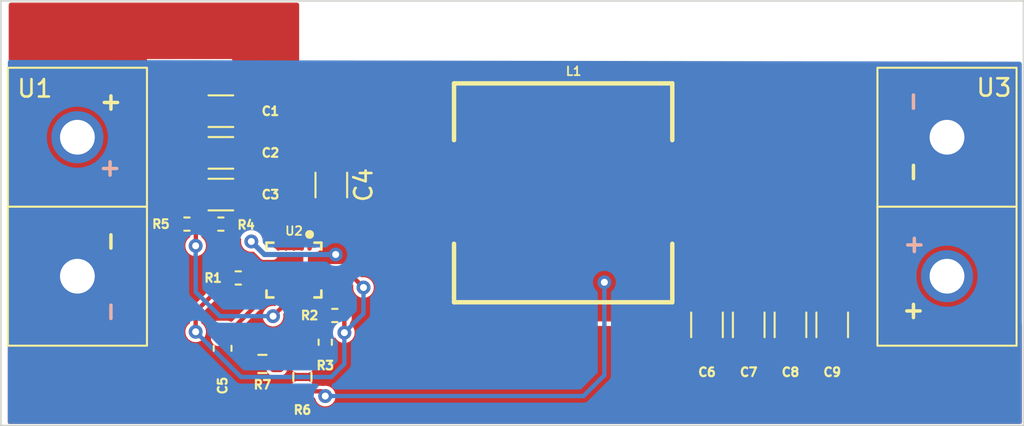
<source format=kicad_pcb>
(kicad_pcb (version 20221018) (generator pcbnew)
  (layers (0 "F.Cu" signal) (31 "B.Cu" signal) (34 "B.Paste" user) (35 "F.Paste" user) (36 "B.SilkS" user "B.Silkscreen") (37 "F.SilkS" user "F.Silkscreen") (38 "B.Mask" user) (39 "F.Mask" user) (44 "Edge.Cuts" user))
  (net 0 "")
  (net 1 "GND")
  (net 2 "/Vin")
  (net 3 "/SW")
  (net 4 "/BST")
  (net 5 "Net-(U2-SS)")
  (net 6 "/Vout")
  (net 7 "/EN")
  (net 8 "/VCC")
  (net 9 "Net-(U2-PGOOD)")
  (net 10 "/MODE")
  (net 11 "/FB")
  (footprint "Capacitor_SMD:C_0603_1608Metric_Pad1.08x0.95mm_HandSolder" (layer "F.Cu") (at 105.77 74.75 -90)
    (fp_text reference "C5" (at 2.15 0 90) (layer "F.SilkS") (effects (font (size 0.5 0.5) (thickness 0.125))))
    (fp_text value "1uF")
    (fp_line (start -0.146267 -0.51) (end 0.146267 -0.51) (stroke (width 0.12)) (layer "F.SilkS"))
    (fp_line (start -0.146267 0.51) (end 0.146267 0.51) (stroke (width 0.12)) (layer "F.SilkS"))
    (pad "1" smd roundrect (at -0.8625 0 270) (size 1.075 0.95) (layers "F.Cu" "F.Paste" "F.Mask") (net 5 "Net-(U2-SS)"))
    (pad "2" smd roundrect (at 0.8625 0 270) (size 1.075 0.95) (layers "F.Cu" "F.Paste" "F.Mask") (net 1 "GND"))
  )
  (footprint "Capacitor_SMD:C_1206_3216Metric" (layer "F.Cu") (at 138.42 73.4 90)
    (fp_text reference "C8" (at -2.725 0 180) (layer "F.SilkS") (effects (font (size 0.5 0.5) (thickness 0.125))))
    (fp_text value "47u")
    (fp_line (start -0.711252 -0.91) (end 0.711252 -0.91) (stroke (width 0.12)) (layer "F.SilkS"))
    (fp_line (start -0.711252 0.91) (end 0.711252 0.91) (stroke (width 0.12)) (layer "F.SilkS"))
    (pad "1" smd roundrect (at -1.475 0 90) (size 1.15 1.8) (layers "F.Cu" "F.Paste" "F.Mask") (roundrect_rratio 0.217391) (net 1 "GND"))
    (pad "2" smd roundrect (at 1.475 0 90) (size 1.15 1.8) (layers "F.Cu" "F.Paste" "F.Mask") (roundrect_rratio 0.217391) (net 6 "/Vout"))
  )
  (footprint "Resistor_SMD:R_0402_1005Metric" (layer "F.Cu") (at 103.72 67.6 180)
    (fp_text reference "R5" (at 1.5 0) (layer "F.SilkS") (effects (font (size 0.5 0.5) (thickness 0.125))))
    (fp_text value "15k")
    (fp_line (start -0.153641 -0.38) (end 0.153641 -0.38) (stroke (width 0.12)) (layer "F.SilkS"))
    (fp_line (start -0.153641 0.38) (end 0.153641 0.38) (stroke (width 0.12)) (layer "F.SilkS"))
    (pad "1" smd roundrect (at -0.51 0 180) (size 0.54 0.64) (layers "F.Cu" "F.Paste" "F.Mask") (net 7 "/EN"))
    (pad "2" smd roundrect (at 0.51 0 180) (size 0.54 0.64) (layers "F.Cu" "F.Paste" "F.Mask") (net 1 "GND"))
  )
  (footprint "PiE_Footprints:anderson_horizontal" (layer "F.Cu") (at 143.42 66.6 90)
    (fp_text reference "U3" (at 6.85 6.7 unlocked) (layer "F.SilkS"))
    (fp_text value "Anderson_Horizontal")
    (fp_text user "+" (at -2.2 2.05 90 unlocked) (layer "B.SilkS") (effects (font (thickness 0.2)) (justify mirror)))
    (fp_text user "-" (at 6.05 2 90 unlocked) (layer "B.SilkS") (effects (font (thickness 0.2)) (justify mirror)))
    (fp_text user "+" (at -6 2 90 unlocked) (layer "F.SilkS") (effects (font (thickness 0.2))))
    (fp_text user "-" (at 2 2 90 unlocked) (layer "F.SilkS") (effects (font (thickness 0.2))))
    (fp_rect (start 0 0) (end -8 8) (stroke (width 0.12)) (fill none) (layer "F.SilkS"))
    (fp_rect (start 0 0) (end 8 8) (stroke (width 0.12)) (fill none) (layer "F.SilkS"))
    (pad "1" thru_hole circle (at 4 4 90) (size 3 3) (drill 2) (layers "*.Cu" "*.Mask") (net 1 "GND"))
    (pad "2" thru_hole circle (at -4 4 90) (size 3 3) (drill 2) (layers "*.Cu" "*.Mask") (net 6 "/Vout"))
  )
  (footprint "Resistor_SMD:R_0402_1005Metric" (layer "F.Cu") (at 111.67 74.4 -90)
    (fp_text reference "R3" (at 1.34 0 -180) (layer "F.SilkS") (effects (font (size 0.5 0.5) (thickness 0.125))))
    (fp_text value "33k")
    (fp_line (start -0.153641 -0.38) (end 0.153641 -0.38) (stroke (width 0.12)) (layer "F.SilkS"))
    (fp_line (start -0.153641 0.38) (end 0.153641 0.38) (stroke (width 0.12)) (layer "F.SilkS"))
    (pad "1" smd roundrect (at -0.51 0 270) (size 0.54 0.64) (layers "F.Cu" "F.Paste" "F.Mask") (net 10 "/MODE"))
    (pad "2" smd roundrect (at 0.51 0 270) (size 0.54 0.64) (layers "F.Cu" "F.Paste" "F.Mask") (net 1 "GND"))
  )
  (footprint "PiE_Footprints:TPS56C230RJER" (layer "F.Cu") (at 109.87 70.246 -90)
    (fp_text reference "U2" (at -2.25 -0.004 unlocked) (layer "F.SilkS") (effects (font (size 0.5 0.5) (thickness 0.1))))
    (fp_text value "~")
    (fp_line (start -1.576 -1.576) (end -1.178 -1.576) (stroke (width 0.152)) (layer "F.SilkS"))
    (fp_line (start -1.576 -1.178) (end -1.576 -1.576) (stroke (width 0.152)) (layer "F.SilkS"))
    (fp_line (start -1.576 1.178) (end -1.576 1.576) (stroke (width 0.152)) (layer "F.SilkS"))
    (fp_line (start -1.576 1.576) (end -1.178 1.576) (stroke (width 0.152)) (layer "F.SilkS"))
    (fp_line (start 1.576 -1.576) (end 1.178 -1.576) (stroke (width 0.152)) (layer "F.SilkS"))
    (fp_line (start 1.576 -1.178) (end 1.576 -1.576) (stroke (width 0.152)) (layer "F.SilkS"))
    (fp_line (start 1.576 1.178) (end 1.576 1.576) (stroke (width 0.152)) (layer "F.SilkS"))
    (fp_line (start 1.576 1.576) (end 1.178 1.576) (stroke (width 0.152)) (layer "F.SilkS"))
    (fp_circle (center -2.05 -0.9) (end -1.923 -0.9) (stroke (width 0.254)) (fill none) (layer "F.SilkS"))
    (pad "1" smd oval (at -1.412 -0.9 270) (size 0.6 0.252) (layers "F.Cu" "F.Paste" "F.Mask") (net 4 "/BST"))
    (pad "2" smd oval (at -1.412 -0.45 270) (size 0.6 0.252) (layers "F.Cu" "F.Paste" "F.Mask") (net 2 "/Vin"))
    (pad "3" smd oval (at -1.412 0 270) (size 0.6 0.252) (layers "F.Cu" "F.Paste" "F.Mask") (net 2 "/Vin"))
    (pad "4" smd oval (at -1.412 0.45 270) (size 0.6 0.252) (layers "F.Cu" "F.Paste" "F.Mask") (net 2 "/Vin"))
    (pad "5" smd oval (at -1.412 0.9 270) (size 0.6 0.252) (layers "F.Cu" "F.Paste" "F.Mask") (net 2 "/Vin"))
    (pad "6" smd oval (at -0.9 1.412 270) (size 0.252 0.6) (layers "F.Cu" "F.Paste" "F.Mask") (net 3 "/SW"))
    (pad "7" smd oval (at -0.45 1.412 270) (size 0.252 0.6) (layers "F.Cu" "F.Paste" "F.Mask") (net 1 "GND"))
    (pad "8" smd oval (at 0 1.412 270) (size 0.252 0.6) (layers "F.Cu" "F.Paste" "F.Mask") (net 1 "GND"))
    (pad "9" smd oval (at 0.45 1.412 270) (size 0.252 0.6) (layers "F.Cu" "F.Paste" "F.Mask") (net 9 "Net-(U2-PGOOD)"))
    (pad "10" smd oval (at 0.9 1.412 270) (size 0.252 0.6) (layers "F.Cu" "F.Paste" "F.Mask") (net 1 "GND"))
    (pad "11" smd oval (at 1.412 0.9 270) (size 0.6 0.252) (layers "F.Cu" "F.Paste" "F.Mask") (net 5 "Net-(U2-SS)"))
    (pad "12" smd oval (at 1.412 0.45 270) (size 0.6 0.252) (layers "F.Cu" "F.Paste" "F.Mask") (net 7 "/EN"))
    (pad "13" smd oval (at 1.412 0 270) (size 0.6 0.252) (layers "F.Cu" "F.Paste" "F.Mask") (net 1 "GND"))
    (pad "14" smd oval (at 1.412 -0.45 270) (size 0.6 0.252) (layers "F.Cu" "F.Paste" "F.Mask") (net 11 "/FB"))
    (pad "15" smd oval (at 1.412 -0.9 270) (size 0.6 0.252) (layers "F.Cu" "F.Paste" "F.Mask") (net 10 "/MODE"))
    (pad "16" smd oval (at 0.9 -1.412 270) (size 0.252 0.6) (layers "F.Cu" "F.Paste" "F.Mask") (net 1 "GND"))
    (pad "17" smd oval (at 0.45 -1.412 270) (size 0.252 0.6) (layers "F.Cu" "F.Paste" "F.Mask") (net 8 "/VCC"))
    (pad "18" smd oval (at 0 -1.412 270) (size 0.252 0.6) (layers "F.Cu" "F.Paste" "F.Mask") (net 1 "GND"))
    (pad "19" smd oval (at -0.45 -1.412 270) (size 0.252 0.6) (layers "F.Cu" "F.Paste" "F.Mask") (net 3 "/SW"))
    (pad "20" smd oval (at -0.9 -1.412 270) (size 0.252 0.6) (layers "F.Cu" "F.Paste" "F.Mask") (net 3 "/SW"))
    (pad "21" smd rect (at 0 0) (size 0.926 0.975) (layers "F.Cu" "F.Paste" "F.Mask") (net 1 "GND"))
  )
  (footprint "PiE_Footprints:anderson_horizontal" (layer "F.Cu") (at 101.42 66.6 -90)
    (fp_text reference "U1" (at -6.8 6.45 unlocked) (layer "F.SilkS"))
    (fp_text value "Anderson_Horizontal")
    (fp_text user "+" (at -2.2 2.05 -90 unlocked) (layer "B.SilkS") (effects (font (thickness 0.2)) (justify mirror)))
    (fp_text user "-" (at 6.05 2 -90 unlocked) (layer "B.SilkS") (effects (font (thickness 0.2)) (justify mirror)))
    (fp_text user "-" (at 2 2 -90 unlocked) (layer "F.SilkS") (effects (font (thickness 0.2))))
    (fp_text user "+" (at -6 2 -90 unlocked) (layer "F.SilkS") (effects (font (thickness 0.2))))
    (fp_rect (start 0 0) (end -8 8) (stroke (width 0.12)) (fill none) (layer "F.SilkS"))
    (fp_rect (start 0 0) (end 8 8) (stroke (width 0.12)) (fill none) (layer "F.SilkS"))
    (pad "1" thru_hole circle (at 4 4 270) (size 3 3) (drill 2) (layers "*.Cu" "*.Mask") (net 1 "GND"))
    (pad "2" thru_hole circle (at -4 4 270) (size 3 3) (drill 2) (layers "*.Cu" "*.Mask") (net 2 "/Vin"))
  )
  (footprint "Resistor_SMD:R_0402_1005Metric" (layer "F.Cu") (at 106.67 70.7)
    (fp_text reference "R1" (at -1.45 0) (layer "F.SilkS") (effects (font (size 0.5 0.5) (thickness 0.125))))
    (fp_text value "100k")
    (fp_line (start -0.153641 -0.38) (end 0.153641 -0.38) (stroke (width 0.12)) (layer "F.SilkS"))
    (fp_line (start -0.153641 0.38) (end 0.153641 0.38) (stroke (width 0.12)) (layer "F.SilkS"))
    (pad "1" smd roundrect (at -0.51 0) (size 0.54 0.64) (layers "F.Cu" "F.Paste" "F.Mask") (net 8 "/VCC"))
    (pad "2" smd roundrect (at 0.51 0) (size 0.54 0.64) (layers "F.Cu" "F.Paste" "F.Mask") (net 9 "Net-(U2-PGOOD)"))
  )
  (footprint "Resistor_SMD:R_0603_1608Metric" (layer "F.Cu") (at 108.0575 75.65 180)
    (fp_text reference "R7" (at 0 -1.2) (layer "F.SilkS") (effects (font (size 0.5 0.5) (thickness 0.125))))
    (fp_text value "15k")
    (fp_line (start -0.237258 -0.5225) (end 0.237258 -0.5225) (stroke (width 0.12)) (layer "F.SilkS"))
    (fp_line (start -0.237258 0.5225) (end 0.237258 0.5225) (stroke (width 0.12)) (layer "F.SilkS"))
    (pad "1" smd roundrect (at -0.825 0 180) (size 0.8 0.95) (layers "F.Cu" "F.Paste" "F.Mask") (net 11 "/FB"))
    (pad "2" smd roundrect (at 0.825 0 180) (size 0.8 0.95) (layers "F.Cu" "F.Paste" "F.Mask") (net 1 "GND"))
  )
  (footprint "Capacitor_SMD:C_1206_3216Metric" (layer "F.Cu") (at 136.02 73.4 90)
    (fp_text reference "C7" (at -2.725 0 180) (layer "F.SilkS") (effects (font (size 0.5 0.5) (thickness 0.125))))
    (fp_text value "47u")
    (fp_line (start -0.711252 -0.91) (end 0.711252 -0.91) (stroke (width 0.12)) (layer "F.SilkS"))
    (fp_line (start -0.711252 0.91) (end 0.711252 0.91) (stroke (width 0.12)) (layer "F.SilkS"))
    (pad "1" smd roundrect (at -1.475 0 90) (size 1.15 1.8) (layers "F.Cu" "F.Paste" "F.Mask") (roundrect_rratio 0.217391) (net 1 "GND"))
    (pad "2" smd roundrect (at 1.475 0 90) (size 1.15 1.8) (layers "F.Cu" "F.Paste" "F.Mask") (roundrect_rratio 0.217391) (net 6 "/Vout"))
  )
  (footprint "Capacitor_SMD:C_1206_3216Metric" (layer "F.Cu") (at 105.67 63.5)
    (fp_text reference "C2" (at 2.85 0) (layer "F.SilkS") (effects (font (size 0.5 0.5) (thickness 0.125))))
    (fp_text value "22u")
    (fp_line (start -0.711252 -0.91) (end 0.711252 -0.91) (stroke (width 0.12)) (layer "F.SilkS"))
    (fp_line (start -0.711252 0.91) (end 0.711252 0.91) (stroke (width 0.12)) (layer "F.SilkS"))
    (pad "1" smd roundrect (at -1.475 0) (size 1.15 1.8) (layers "F.Cu" "F.Paste" "F.Mask") (roundrect_rratio 0.217391) (net 1 "GND"))
    (pad "2" smd roundrect (at 1.475 0) (size 1.15 1.8) (layers "F.Cu" "F.Paste" "F.Mask") (roundrect_rratio 0.217391) (net 2 "/Vin"))
  )
  (footprint "Capacitor_SMD:C_1206_3216Metric" (layer "F.Cu") (at 133.62 73.4 90)
    (fp_text reference "C6" (at -2.725 0 180) (layer "F.SilkS") (effects (font (size 0.5 0.5) (thickness 0.125))))
    (fp_text value "47u")
    (fp_line (start -0.711252 -0.91) (end 0.711252 -0.91) (stroke (width 0.12)) (layer "F.SilkS"))
    (fp_line (start -0.711252 0.91) (end 0.711252 0.91) (stroke (width 0.12)) (layer "F.SilkS"))
    (pad "1" smd roundrect (at -1.475 0 90) (size 1.15 1.8) (layers "F.Cu" "F.Paste" "F.Mask") (roundrect_rratio 0.217391) (net 1 "GND"))
    (pad "2" smd roundrect (at 1.475 0 90) (size 1.15 1.8) (layers "F.Cu" "F.Paste" "F.Mask") (roundrect_rratio 0.217391) (net 6 "/Vout"))
  )
  (footprint "Capacitor_SMD:C_1206_3216Metric" (layer "F.Cu") (at 140.82 73.4 90)
    (fp_text reference "C9" (at -2.725 0 180) (layer "F.SilkS") (effects (font (size 0.5 0.5) (thickness 0.125))))
    (fp_text value "47u")
    (fp_line (start -0.711252 -0.91) (end 0.711252 -0.91) (stroke (width 0.12)) (layer "F.SilkS"))
    (fp_line (start -0.711252 0.91) (end 0.711252 0.91) (stroke (width 0.12)) (layer "F.SilkS"))
    (pad "1" smd roundrect (at -1.475 0 90) (size 1.15 1.8) (layers "F.Cu" "F.Paste" "F.Mask") (roundrect_rratio 0.217391) (net 1 "GND"))
    (pad "2" smd roundrect (at 1.475 0 90) (size 1.15 1.8) (layers "F.Cu" "F.Paste" "F.Mask") (roundrect_rratio 0.217391) (net 6 "/Vout"))
  )
  (footprint "Resistor_SMD:R_0402_1005Metric" (layer "F.Cu") (at 112.22 72.86 180)
    (fp_text reference "R2" (at 1.45 0) (layer "F.SilkS") (effects (font (size 0.5 0.5) (thickness 0.125))))
    (fp_text value "200k")
    (fp_line (start -0.153641 -0.38) (end 0.153641 -0.38) (stroke (width 0.12)) (layer "F.SilkS"))
    (fp_line (start -0.153641 0.38) (end 0.153641 0.38) (stroke (width 0.12)) (layer "F.SilkS"))
    (pad "1" smd roundrect (at -0.51 0 180) (size 0.54 0.64) (layers "F.Cu" "F.Paste" "F.Mask") (net 8 "/VCC"))
    (pad "2" smd roundrect (at 0.51 0 180) (size 0.54 0.64) (layers "F.Cu" "F.Paste" "F.Mask") (net 10 "/MODE"))
  )
  (footprint "Resistor_SMD:R_0402_1005Metric" (layer "F.Cu") (at 105.67 67.6 180)
    (fp_text reference "R4" (at -1.45 -0.05) (layer "F.SilkS") (effects (font (size 0.5 0.5) (thickness 0.125))))
    (fp_text value "100k")
    (fp_line (start -0.153641 -0.38) (end 0.153641 -0.38) (stroke (width 0.12)) (layer "F.SilkS"))
    (fp_line (start -0.153641 0.38) (end 0.153641 0.38) (stroke (width 0.12)) (layer "F.SilkS"))
    (pad "1" smd roundrect (at -0.51 0 180) (size 0.54 0.64) (layers "F.Cu" "F.Paste" "F.Mask") (net 2 "/Vin"))
    (pad "2" smd roundrect (at 0.51 0 180) (size 0.54 0.64) (layers "F.Cu" "F.Paste" "F.Mask") (net 7 "/EN"))
  )
  (footprint "Capacitor_SMD:C_1206_3216Metric" (layer "F.Cu") (at 105.67 65.9)
    (fp_text reference "C3" (at 2.85 0) (layer "F.SilkS") (effects (font (size 0.5 0.5) (thickness 0.125))))
    (fp_text value "0.1u")
    (fp_line (start -0.711252 -0.91) (end 0.711252 -0.91) (stroke (width 0.12)) (layer "F.SilkS"))
    (fp_line (start -0.711252 0.91) (end 0.711252 0.91) (stroke (width 0.12)) (layer "F.SilkS"))
    (pad "1" smd roundrect (at -1.475 0) (size 1.15 1.8) (layers "F.Cu" "F.Paste" "F.Mask") (roundrect_rratio 0.217391) (net 1 "GND"))
    (pad "2" smd roundrect (at 1.475 0) (size 1.15 1.8) (layers "F.Cu" "F.Paste" "F.Mask") (roundrect_rratio 0.217391) (net 2 "/Vin"))
  )
  (footprint "PiE_Footprints:125CDMCCDS-1R8MC" (layer "F.Cu") (at 125.92 65.75)
    (fp_text reference "L1" (at 0.03 -6.95 unlocked) (layer "F.SilkS") (effects (font (size 0.5 0.5) (thickness 0.1))))
    (fp_text value "1.8u")
    (fp_line (start -6.845 -6.25) (end 5.705 -6.25) (stroke (width 0.254)) (layer "F.SilkS"))
    (fp_line (start -6.845 -2.981) (end -6.845 -6.25) (stroke (width 0.254)) (layer "F.SilkS"))
    (fp_line (start -6.845 6.35) (end -6.845 2.981) (stroke (width 0.254)) (layer "F.SilkS"))
    (fp_line (start 5.705 -6.25) (end 5.705 -2.981) (stroke (width 0.254)) (layer "F.SilkS"))
    (fp_line (start 5.705 2.981) (end 5.705 6.35) (stroke (width 0.254)) (layer "F.SilkS"))
    (fp_line (start 5.705 6.35) (end -6.845 6.35) (stroke (width 0.254)) (layer "F.SilkS"))
    (pad "1" smd rect (at -6.17 0) (size 3.25 5.5) (layers "F.Cu" "F.Paste" "F.Mask") (net 3 "/SW"))
    (pad "2" smd rect (at 5.08 0) (size 3.25 5.5) (layers "F.Cu" "F.Paste" "F.Mask") (net 6 "/Vout"))
  )
  (footprint "Resistor_SMD:R_0603_1608Metric" (layer "F.Cu") (at 110.3575 76.4 90)
    (fp_text reference "R6" (at -1.9 0 180) (layer "F.SilkS") (effects (font (size 0.5 0.5) (thickness 0.125))))
    (fp_text value "110k")
    (fp_line (start -0.237258 -0.5225) (end 0.237258 -0.5225) (stroke (width 0.12)) (layer "F.SilkS"))
    (fp_line (start -0.237258 0.5225) (end 0.237258 0.5225) (stroke (width 0.12)) (layer "F.SilkS"))
    (pad "1" smd roundrect (at -0.825 0 90) (size 0.8 0.95) (layers "F.Cu" "F.Paste" "F.Mask") (net 6 "/Vout"))
    (pad "2" smd roundrect (at 0.825 0 90) (size 0.8 0.95) (layers "F.Cu" "F.Paste" "F.Mask") (net 11 "/FB"))
  )
  (footprint "Capacitor_SMD:C_1206_3216Metric" (layer "F.Cu") (at 112.02 65.35 -90)
    (fp_text reference "C4" (at 0 -1.85 90) (layer "F.SilkS"))
    (fp_text value "0.1u")
    (fp_line (start -0.711252 -0.91) (end 0.711252 -0.91) (stroke (width 0.12)) (layer "F.SilkS"))
    (fp_line (start -0.711252 0.91) (end 0.711252 0.91) (stroke (width 0.12)) (layer "F.SilkS"))
    (pad "1" smd roundrect (at -1.475 0 270) (size 1.15 1.8) (layers "F.Cu" "F.Paste" "F.Mask") (roundrect_rratio 0.217391) (net 3 "/SW"))
    (pad "2" smd roundrect (at 1.475 0 270) (size 1.15 1.8) (layers "F.Cu" "F.Paste" "F.Mask") (roundrect_rratio 0.217391) (net 4 "/BST"))
  )
  (footprint "Capacitor_SMD:C_1206_3216Metric" (layer "F.Cu") (at 105.67 61.1)
    (fp_text reference "C1" (at 2.85 0) (layer "F.SilkS") (effects (font (size 0.5 0.5) (thickness 0.125))))
    (fp_text value "22u")
    (fp_line (start -0.711252 -0.91) (end 0.711252 -0.91) (stroke (width 0.12)) (layer "F.SilkS"))
    (fp_line (start -0.711252 0.91) (end 0.711252 0.91) (stroke (width 0.12)) (layer "F.SilkS"))
    (pad "1" smd roundrect (at -1.475 0) (size 1.15 1.8) (layers "F.Cu" "F.Paste" "F.Mask") (roundrect_rratio 0.217391) (net 1 "GND"))
    (pad "2" smd roundrect (at 1.475 0) (size 1.15 1.8) (layers "F.Cu" "F.Paste" "F.Mask") (roundrect_rratio 0.217391) (net 2 "/Vin"))
  )
  (gr_rect (start 93.02 54.75) (end 151.82 79.2) (stroke (width 0.1)) (fill none) (layer "Edge.Cuts"))
  (segment (start 110.62 71.1) (end 111.236 71.1) (width 0.13) (layer "F.Cu") (net 1))
  (segment (start 109.87 70.246) (end 109.87 70.35) (width 0.13) (layer "F.Cu") (net 1))
  (segment (start 109.87 70.246) (end 108.458 70.246) (width 0.13) (layer "F.Cu") (net 1))
  (segment (start 109.87 70.35) (end 110.62 71.1) (width 0.13) (layer "F.Cu") (net 1))
  (segment (start 108.527 71.077) (end 108.458 71.146) (width 0.13) (layer "F.Cu") (net 1))
  (segment (start 109.566 70.246) (end 109.116 69.796) (width 0.13) (layer "F.Cu") (net 1))
  (segment (start 109.116 69.796) (end 108.458 69.796) (width 0.13) (layer "F.Cu") (net 1))
  (segment (start 111.236 71.1) (end 111.282 71.146) (width 0.13) (layer "F.Cu") (net 1))
  (segment (start 109.039 71.077) (end 108.527 71.077) (width 0.13) (layer "F.Cu") (net 1))
  (segment (start 109.87 70.246) (end 109.87 71.658) (width 0.13) (layer "F.Cu") (net 1))
  (segment (start 109.87 70.246) (end 109.039 71.077) (width 0.13) (layer "F.Cu") (net 1))
  (segment (start 109.87 70.246) (end 111.074391 70.246) (width 0.13) (layer "F.Cu") (net 1))
  (segment (start 109.87 70.246) (end 109.566 70.246) (width 0.13) (layer "F.Cu") (net 1))
  (segment (start 110.32 68.834) (end 109.87 68.834) (width 0.25) (layer "F.Cu") (net 2))
  (segment (start 109.87 68.834) (end 108.97 68.834) (width 0.35) (layer "F.Cu") (net 2))
  (segment (start 107.42 68.6) (end 107.824 69.004) (width 0.25) (layer "F.Cu") (net 3))
  (segment (start 112.27 69.55) (end 112.27 69.55) (width 0.3) (layer "F.Cu") (net 3))
  (segment (start 112.27 69.35) (end 112.07 69.35) (width 0.3) (layer "F.Cu") (net 3))
  (segment (start 112.27 69.35) (end 111.84 69.78) (width 0.3) (layer "F.Cu") (net 3))
  (segment (start 107.42 68.6) (end 108.166 69.346) (width 0.25) (layer "F.Cu") (net 3))
  (segment (start 112.07 69.35) (end 112.066 69.346) (width 0.3) (layer "F.Cu") (net 3))
  (segment (start 112.066 69.346) (end 111.282 69.346) (width 0.3) (layer "F.Cu") (net 3))
  (segment (start 111.282 69.346) (end 111.282 69.796) (width 0.3) (layer "F.Cu") (net 3))
  (segment (start 108.166 69.346) (end 108.458 69.346) (width 0.25) (layer "F.Cu") (net 3))
  (segment (start 111.84 69.78) (end 111.282 69.78) (width 0.3) (layer "F.Cu") (net 3))
  (via (at 107.42 68.6) (size 0.8) (drill 0.4) (layers "F.Cu" "B.Cu") (net 3))
  (via (at 112.27 69.35) (size 0.8) (drill 0.4) (layers "F.Cu" "B.Cu") (net 3))
  (segment (start 108.17 69.35) (end 112.27 69.35) (width 0.3) (layer "B.Cu") (net 3))
  (segment (start 107.42 68.6) (end 108.17 69.35) (width 0.3) (layer "B.Cu") (net 3))
  (segment (start 112.02 67.9) (end 112.02 66.825) (width 0.25) (layer "F.Cu") (net 4))
  (segment (start 110.77 68.834) (end 111.086 68.834) (width 0.25) (layer "F.Cu") (net 4))
  (segment (start 111.086 68.834) (end 112.02 67.9) (width 0.25) (layer "F.Cu") (net 4))
  (segment (start 108.312 71.658) (end 108.97 71.658) (width 0.25) (layer "F.Cu") (net 5))
  (segment (start 105.77 73.8875) (end 106.0825 73.8875) (width 0.25) (layer "F.Cu") (net 5))
  (segment (start 106.0825 73.8875) (end 108.312 71.658) (width 0.25) (layer "F.Cu") (net 5))
  (segment (start 110.3575 77.225) (end 111.445 77.225) (width 0.25) (layer "F.Cu") (net 6))
  (segment (start 111.67 77.5) (end 111.72 77.5) (width 0.25) (layer "F.Cu") (net 6))
  (segment (start 111.67 77.45) (end 111.67 77.5) (width 0.25) (layer "F.Cu") (net 6))
  (segment (start 111.72 77.5) (end 111.72 77.5) (width 0.25) (layer "F.Cu") (net 6))
  (segment (start 111.445 77.225) (end 111.67 77.45) (width 0.25) (layer "F.Cu") (net 6))
  (via (at 111.67 77.5) (size 0.8) (drill 0.4) (layers "F.Cu" "B.Cu") (net 6))
  (via (at 127.72 70.95) (size 0.8) (drill 0.4) (layers "F.Cu" "B.Cu") (net 6))
  (segment (start 111.67 77.5) (end 126.52 77.5) (width 0.25) (layer "B.Cu") (net 6))
  (segment (start 127.72 70.95) (end 127.72 70.9) (width 0.25) (layer "B.Cu") (net 6))
  (segment (start 127.72 76.3) (end 127.72 70.95) (width 0.25) (layer "B.Cu") (net 6))
  (segment (start 127.07 76.95) (end 127.72 76.3) (width 0.25) (layer "B.Cu") (net 6))
  (segment (start 126.52 77.5) (end 127.07 76.95) (width 0.25) (layer "B.Cu") (net 6))
  (segment (start 104.22 68.8) (end 104.22 68.85) (width 0.25) (layer "F.Cu") (net 7))
  (segment (start 104.23 68.79) (end 104.22 68.8) (width 0.25) (layer "F.Cu") (net 7))
  (segment (start 104.23 67.6) (end 104.23 68.79) (width 0.25) (layer "F.Cu") (net 7))
  (segment (start 109.42 71.658) (end 109.42 72.15) (width 0.25) (layer "F.Cu") (net 7))
  (segment (start 104.17 68.85) (end 104.22 68.8) (width 0.25) (layer "F.Cu") (net 7))
  (segment (start 109.42 72.15) (end 108.67 72.9) (width 0.25) (layer "F.Cu") (net 7))
  (segment (start 104.22 68.85) (end 104.17 68.85) (width 0.25) (layer "F.Cu") (net 7))
  (segment (start 105.16 67.6) (end 104.23 67.6) (width 0.25) (layer "F.Cu") (net 7))
  (via (at 104.22 68.85) (size 0.8) (drill 0.4) (layers "F.Cu" "B.Cu") (net 7))
  (via (at 108.67 72.9) (size 0.8) (drill 0.4) (layers "F.Cu" "B.Cu") (net 7))
  (segment (start 104.22 71.5) (end 105.62 72.9) (width 0.25) (layer "B.Cu") (net 7))
  (segment (start 104.22 68.85) (end 104.22 71.5) (width 0.25) (layer "B.Cu") (net 7))
  (segment (start 105.62 72.9) (end 108.67 72.9) (width 0.25) (layer "B.Cu") (net 7))
  (segment (start 113.87 71.25) (end 113.316 70.696) (width 0.25) (layer "F.Cu") (net 8))
  (segment (start 104.22 73.8) (end 104.22 72.64) (width 0.25) (layer "F.Cu") (net 8))
  (segment (start 112.77 73.85) (end 112.77 72.9) (width 0.25) (layer "F.Cu") (net 8))
  (segment (start 112.77 72.9) (end 112.73 72.86) (width 0.25) (layer "F.Cu") (net 8))
  (segment (start 104.22 72.64) (end 106.16 70.7) (width 0.25) (layer "F.Cu") (net 8))
  (segment (start 113.316 70.696) (end 111.282 70.696) (width 0.25) (layer "F.Cu") (net 8))
  (via (at 104.22 73.8) (size 0.8) (drill 0.4) (layers "F.Cu" "B.Cu") (net 8))
  (via (at 112.77 73.85) (size 0.8) (drill 0.4) (layers "F.Cu" "B.Cu") (net 8))
  (via (at 113.87 71.25) (size 0.8) (drill 0.4) (layers "F.Cu" "B.Cu") (net 8))
  (segment (start 112.77 75.65) (end 112.77 73.85) (width 0.25) (layer "B.Cu") (net 8))
  (segment (start 112.02 76.4) (end 112.77 75.65) (width 0.25) (layer "B.Cu") (net 8))
  (segment (start 104.22 73.8) (end 106.82 76.4) (width 0.25) (layer "B.Cu") (net 8))
  (segment (start 113.87 71.25) (end 113.87 72.75) (width 0.25) (layer "B.Cu") (net 8))
  (segment (start 113.87 72.75) (end 112.77 73.85) (width 0.25) (layer "B.Cu") (net 8))
  (segment (start 106.82 76.4) (end 112.02 76.4) (width 0.25) (layer "B.Cu") (net 8))
  (segment (start 107.18 70.7) (end 108.454 70.7) (width 0.25) (layer "F.Cu") (net 9))
  (segment (start 108.454 70.7) (end 108.458 70.696) (width 0.25) (layer "F.Cu") (net 9))
  (segment (start 111.71 72.86) (end 111.23 72.86) (width 0.25) (layer "F.Cu") (net 10))
  (segment (start 111.71 73.79) (end 111.77 73.85) (width 0.25) (layer "F.Cu") (net 10))
  (segment (start 111.23 72.86) (end 110.77 72.4) (width 0.25) (layer "F.Cu") (net 10))
  (segment (start 110.77 72.4) (end 110.77 71.658) (width 0.25) (layer "F.Cu") (net 10))
  (segment (start 111.71 72.86) (end 111.71 73.79) (width 0.25) (layer "F.Cu") (net 10))
  (segment (start 110.2825 75.65) (end 110.3575 75.575) (width 0.25) (layer "F.Cu") (net 11))
  (segment (start 110.3575 75.575) (end 110.32 75.5375) (width 0.25) (layer "F.Cu") (net 11))
  (segment (start 108.8825 75.65) (end 110.2825 75.65) (width 0.25) (layer "F.Cu") (net 11))
  (segment (start 110.32 75.5375) (end 110.32 71.658) (width 0.25) (layer "F.Cu") (net 11))
  (zone (net 6) (net_name "/Vout") (layer "F.Cu") (priority 1) (connect_pads yes (clearance 0.254)) (min_thickness 0.254) (fill yes (thermal_gap 0.5) (thermal_bridge_width 0.5))
    (polygon (pts (xy 125.02 59.4) (xy 125.02 73.2) (xy 151.42 73.25) (xy 151.42 59.4)))
  )
  (zone (net 3) (net_name "/SW") (layer "F.Cu") (priority 2) (connect_pads yes (clearance 0.254)) (min_thickness 0.254) (fill yes (thermal_gap 0.5) (thermal_bridge_width 0.5))
    (polygon (pts (xy 110.72 59.35) (xy 124.72 59.4) (xy 124.72 72.45) (xy 116.57 72.45) (xy 116.57 69.9) (xy 110.67 69.9)))
  )
  (zone (net 2) (net_name "/Vin") (layer "F.Cu") (priority 2) (connect_pads yes (clearance 0.254)) (min_thickness 0.254) (fill yes (thermal_gap 0.5) (thermal_bridge_width 0.5))
    (polygon (pts (xy 105.67 59.35) (xy 105.67 68.15) (xy 108.67 68.15) (xy 108.67 69.1) (xy 110.62 69.1) (xy 110.62 59.35)))
  )
  (zone (net 2) (net_name "/Vin") (layer "F.Cu") (priority 3) (connect_pads yes (clearance 0.254)) (min_thickness 0.254) (fill yes (thermal_gap 0.5) (thermal_bridge_width 0.5))
    (polygon (pts (xy 93.47 54.85) (xy 110.17 54.85) (xy 110.17 60.1) (xy 106.32 60.1) (xy 106.32 58.1) (xy 101.42 58.1) (xy 101.42 66.6) (xy 93.47 66.6)))
  )
  (zone (net 1) (net_name "GND") (layer "F.Cu") (connect_pads yes (clearance 0.13)) (min_thickness 0.13) (fill yes (thermal_gap 0.5) (thermal_bridge_width 0.5))
    (polygon (pts (xy 93.42 58.15) (xy 151.72 58.25) (xy 151.72 79.1) (xy 93.42 79.1)))
  )
  (zone (net 1) (net_name "GND") (layer "B.Cu") (priority 4) (connect_pads yes (clearance 0.254)) (min_thickness 0.254) (fill yes (thermal_gap 0.5) (thermal_bridge_width 0.5))
    (polygon (pts (xy 151.72 58.25) (xy 151.72 79.1) (xy 93.42 79.1) (xy 93.42 58.15)))
  )
)
</source>
